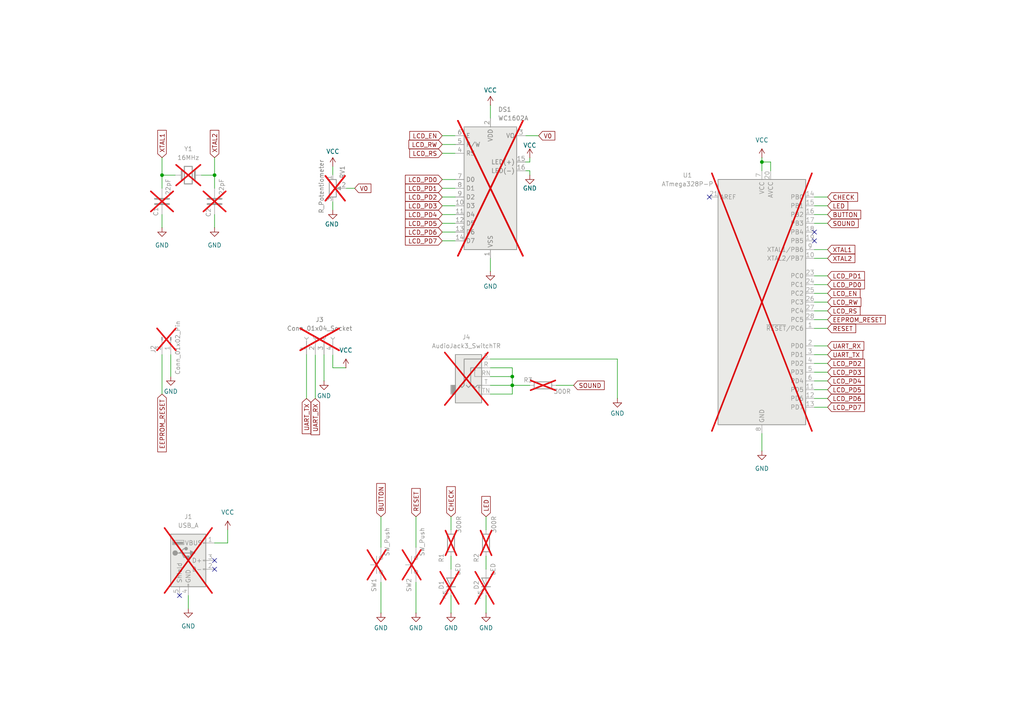
<source format=kicad_sch>
(kicad_sch (version 20231120) (generator "eeschema") (generator_version "8.0")
  (paper "A4")
  (title_block (title "Reaction time tester") (date "2024-11-26") (rev "2.0"))
  (lib_symbols
    (symbol "Connector:Conn_01x02_Pin" (pin_names (offset 1.016) hide)
      (property "Reference" "J" (at 0 2.54 0))
      (property "Value" "Conn_01x02_Pin" (at 0 -5.08 0))
      (symbol "Conn_01x02_Pin_1_1"
        (polyline (pts (xy 1.27 -2.54) (xy 0.8636 -2.54)) (stroke (width 0.1524)))
        (polyline (pts (xy 1.27 0) (xy 0.8636 0)) (stroke (width 0.1524)))
        (rectangle (start 0.8636 -2.413) (end 0 -2.667) (stroke (width 0.1524)) (fill (type outline)))
        (rectangle (start 0.8636 0.127) (end 0 -0.127) (stroke (width 0.1524)) (fill (type outline)))
        (pin passive line (at 5.08 0 180) (length 3.81) (name "Pin_1") (number "1"))
        (pin passive line (at 5.08 -2.54 180) (length 3.81) (name "Pin_2") (number "2"))
      )
    )
    (symbol "Connector:Conn_01x04_Socket" (pin_names (offset 1.016) hide)
      (property "Reference" "J" (at 0 5.08 0))
      (property "Value" "Conn_01x04_Socket" (at 0 -7.62 0))
      (symbol "Conn_01x04_Socket_1_1"
        (arc (start 0 -4.572) (mid -0.5058 -5.08) (end 0 -5.588) (stroke (width 0.1524)))
        (arc (start 0 -2.032) (mid -0.5058 -2.54) (end 0 -3.048) (stroke (width 0.1524)))
        (polyline (pts (xy -1.27 -5.08) (xy -0.508 -5.08)) (stroke (width 0.1524)))
        (polyline (pts (xy -1.27 -2.54) (xy -0.508 -2.54)) (stroke (width 0.1524)))
        (polyline (pts (xy -1.27 0) (xy -0.508 0)) (stroke (width 0.1524)))
        (polyline (pts (xy -1.27 2.54) (xy -0.508 2.54)) (stroke (width 0.1524)))
        (arc (start 0 0.508) (mid -0.5058 0) (end 0 -0.508) (stroke (width 0.1524)))
        (arc (start 0 3.048) (mid -0.5058 2.54) (end 0 2.032) (stroke (width 0.1524)))
        (pin passive line (at -5.08 2.54 0) (length 3.81) (name "Pin_1") (number "1"))
        (pin passive line (at -5.08 0 0) (length 3.81) (name "Pin_2") (number "2"))
        (pin passive line (at -5.08 -2.54 0) (length 3.81) (name "Pin_3") (number "3"))
        (pin passive line (at -5.08 -5.08 0) (length 3.81) (name "Pin_4") (number "4"))
      )
    )
    (symbol "Connector:USB_A" (pin_names (offset 1.016))
      (property "Reference" "J" (at -5.08 11.43 0))
      (property "Value" "USB_A" (at -5.08 8.89 0))
      (symbol "USB_A_0_1"
        (rectangle (start -5.08 -7.62) (end 5.08 7.62) (stroke (width 0.254)) (fill (type background)))
        (circle (center -3.81 2.159) (radius 0.635) (stroke (width 0.254)) (fill (type outline)))
        (rectangle (start -1.524 4.826) (end -4.318 5.334) (fill (type outline)))
        (rectangle (start -1.27 4.572) (end -4.572 5.842))
        (circle (center -0.635 3.429) (radius 0.381) (stroke (width 0.254)) (fill (type outline)))
        (rectangle (start -0.127 -7.62) (end 0.127 -6.858))
        (polyline (pts (xy -3.175 2.159) (xy -2.54 2.159) (xy -1.27 3.429) (xy -0.635 3.429)) (stroke (width 0.254)))
        (polyline (pts (xy -2.54 2.159) (xy -1.905 2.159) (xy -1.27 0.889) (xy 0 0.889)) (stroke (width 0.254)))
        (polyline (pts (xy 0.635 2.794) (xy 0.635 1.524) (xy 1.905 2.159) (xy 0.635 2.794)) (stroke (width 0.254)) (fill (type outline)))
        (rectangle (start 0.254 1.27) (end -0.508 0.508) (stroke (width 0.254)) (fill (type outline)))
        (rectangle (start 5.08 -2.667) (end 4.318 -2.413))
        (rectangle (start 5.08 -0.127) (end 4.318 0.127))
        (rectangle (start 5.08 4.953) (end 4.318 5.207))
      )
      (symbol "USB_A_1_1"
        (polyline (pts (xy -1.905 2.159) (xy 0.635 2.159)) (stroke (width 0.254)))
        (pin power_in line (at 7.62 5.08 180) (length 2.54) (name "VBUS") (number "1"))
        (pin bidirectional line (at 7.62 -2.54 180) (length 2.54) (name "D-") (number "2"))
        (pin bidirectional line (at 7.62 0 180) (length 2.54) (name "D+") (number "3"))
        (pin power_in line (at 0 -10.16 90) (length 2.54) (name "GND") (number "4"))
        (pin passive line (at -2.54 -10.16 90) (length 2.54) (name "Shield") (number "5"))
      )
    )
    (symbol "Connector_Audio:AudioJack3_SwitchTR"
      (property "Reference" "J" (at 0 8.89 0))
      (property "Value" "AudioJack3_SwitchTR" (at 0 6.35 0))
      (symbol "AudioJack3_SwitchTR_0_1"
        (rectangle (start -5.08 -5.08) (end -6.35 -7.62) (stroke (width 0.254)) (fill (type outline)))
        (polyline (pts (xy 0.508 -0.254) (xy 0.762 -0.762)))
        (polyline (pts (xy 1.778 -5.334) (xy 2.032 -5.842)))
        (polyline (pts (xy 0 -5.08) (xy 0.635 -5.715) (xy 1.27 -5.08) (xy 2.54 -5.08)) (stroke (width 0.254)))
        (polyline (pts (xy 2.54 -7.62) (xy 1.778 -7.62) (xy 1.778 -5.334) (xy 1.524 -5.842)))
        (polyline (pts (xy 2.54 -2.54) (xy 0.508 -2.54) (xy 0.508 -0.254) (xy 0.254 -0.762)))
        (polyline (pts (xy -1.905 -5.08) (xy -1.27 -5.715) (xy -0.635 -5.08) (xy -0.635 0) (xy 2.54 0)) (stroke (width 0.254)))
        (polyline (pts (xy 2.54 2.54) (xy -2.54 2.54) (xy -2.54 -5.08) (xy -3.175 -5.715) (xy -3.81 -5.08)) (stroke (width 0.254)))
        (rectangle (start 2.54 3.81) (end -5.08 -10.16) (stroke (width 0.254)) (fill (type background)))
      )
      (symbol "AudioJack3_SwitchTR_1_1"
        (pin passive line (at 5.08 0 180) (length 2.54) (name "~") (number "R"))
        (pin passive line (at 5.08 -2.54 180) (length 2.54) (name "~") (number "RN"))
        (pin passive line (at 5.08 2.54 180) (length 2.54) (name "~") (number "S"))
        (pin passive line (at 5.08 -5.08 180) (length 2.54) (name "~") (number "T"))
        (pin passive line (at 5.08 -7.62 180) (length 2.54) (name "~") (number "TN"))
      )
    )
    (symbol "Device:C" (pin_numbers hide) (pin_names (offset 0.254))
      (property "Reference" "C" (at 0.635 2.54 0))
      (property "Value" "C" (at 0.635 -2.54 0))
      (symbol "C_0_1"
        (polyline (pts (xy -2.032 -0.762) (xy 2.032 -0.762)) (stroke (width 0.508)))
        (polyline (pts (xy -2.032 0.762) (xy 2.032 0.762)) (stroke (width 0.508)))
      )
      (symbol "C_1_1"
        (pin passive line (at 0 3.81 270) (length 2.794) (name "~") (number "1"))
        (pin passive line (at 0 -3.81 90) (length 2.794) (name "~") (number "2"))
      )
    )
    (symbol "Device:Crystal" (pin_numbers hide) (pin_names (offset 1.016) hide)
      (property "Reference" "Y" (at 0 3.81 0))
      (property "Value" "Crystal" (at 0 -3.81 0))
      (symbol "Crystal_0_1"
        (rectangle (start -1.143 2.54) (end 1.143 -2.54) (stroke (width 0.3048)))
        (polyline (pts (xy -2.54 0) (xy -1.905 0)))
        (polyline (pts (xy -1.905 -1.27) (xy -1.905 1.27)) (stroke (width 0.508)))
        (polyline (pts (xy 1.905 -1.27) (xy 1.905 1.27)) (stroke (width 0.508)))
        (polyline (pts (xy 2.54 0) (xy 1.905 0)))
      )
      (symbol "Crystal_1_1"
        (pin passive line (at -3.81 0 0) (length 1.27) (name "1") (number "1"))
        (pin passive line (at 3.81 0 180) (length 1.27) (name "2") (number "2"))
      )
    )
    (symbol "Device:LED" (pin_numbers hide) (pin_names (offset 1.016) hide)
      (property "Reference" "D" (at 0 2.54 0))
      (property "Value" "LED" (at 0 -2.54 0))
      (symbol "LED_0_1"
        (polyline (pts (xy -1.27 -1.27) (xy -1.27 1.27)) (stroke (width 0.254)))
        (polyline (pts (xy -1.27 0) (xy 1.27 0)))
        (polyline (pts (xy 1.27 -1.27) (xy 1.27 1.27) (xy -1.27 0) (xy 1.27 -1.27)) (stroke (width 0.254)))
        (polyline (pts (xy -3.048 -0.762) (xy -4.572 -2.286) (xy -3.81 -2.286) (xy -4.572 -2.286) (xy -4.572 -1.524)))
        (polyline (pts (xy -1.778 -0.762) (xy -3.302 -2.286) (xy -2.54 -2.286) (xy -3.302 -2.286) (xy -3.302 -1.524)))
      )
      (symbol "LED_1_1"
        (pin passive line (at -3.81 0 0) (length 2.54) (name "K") (number "1"))
        (pin passive line (at 3.81 0 180) (length 2.54) (name "A") (number "2"))
      )
    )
    (symbol "Device:R" (pin_numbers hide) (pin_names (offset 0))
      (property "Reference" "R" (at 2.032 0 90))
      (property "Value" "R" (at 0 0 90))
      (symbol "R_0_1"
        (rectangle (start -1.016 -2.54) (end 1.016 2.54) (stroke (width 0.254)))
      )
      (symbol "R_1_1"
        (pin passive line (at 0 3.81 270) (length 1.27) (name "~") (number "1"))
        (pin passive line (at 0 -3.81 90) (length 1.27) (name "~") (number "2"))
      )
    )
    (symbol "Device:R_Potentiometer" (pin_names (offset 1.016) hide)
      (property "Reference" "RV" (at -4.445 0 90))
      (property "Value" "R_Potentiometer" (at -2.54 0 90))
      (symbol "R_Potentiometer_0_1"
        (polyline (pts (xy 2.54 0) (xy 1.524 0)))
        (polyline (pts (xy 1.143 0) (xy 2.286 0.508) (xy 2.286 -0.508) (xy 1.143 0)) (fill (type outline)))
        (rectangle (start 1.016 2.54) (end -1.016 -2.54) (stroke (width 0.254)))
      )
      (symbol "R_Potentiometer_1_1"
        (pin passive line (at 0 3.81 270) (length 1.27) (name "1") (number "1"))
        (pin passive line (at 3.81 0 180) (length 1.27) (name "2") (number "2"))
        (pin passive line (at 0 -3.81 90) (length 1.27) (name "3") (number "3"))
      )
    )
    (symbol "Display_Character:WC1602A"
      (property "Reference" "DS" (at -5.842 19.05 0))
      (property "Value" "WC1602A" (at 5.334 19.05 0))
      (symbol "WC1602A_1_1"
        (rectangle (start -7.62 17.78) (end 7.62 -17.78) (stroke (width 0.254)) (fill (type background)))
        (pin power_in line (at 0 -20.32 90) (length 2.54) (name "VSS") (number "1"))
        (pin input line (at -10.16 -5.08 0) (length 2.54) (name "D3") (number "10"))
        (pin input line (at -10.16 -7.62 0) (length 2.54) (name "D4") (number "11"))
        (pin input line (at -10.16 -10.16 0) (length 2.54) (name "D5") (number "12"))
        (pin input line (at -10.16 -12.7 0) (length 2.54) (name "D6") (number "13"))
        (pin input line (at -10.16 -15.24 0) (length 2.54) (name "D7") (number "14"))
        (pin power_in line (at 10.16 7.62 180) (length 2.54) (name "LED(+)") (number "15"))
        (pin power_in line (at 10.16 5.08 180) (length 2.54) (name "LED(-)") (number "16"))
        (pin power_in line (at 0 20.32 270) (length 2.54) (name "VDD") (number "2"))
        (pin input line (at 10.16 15.24 180) (length 2.54) (name "VO") (number "3"))
        (pin input line (at -10.16 10.16 0) (length 2.54) (name "RS") (number "4"))
        (pin input line (at -10.16 12.7 0) (length 2.54) (name "R/W") (number "5"))
        (pin input line (at -10.16 15.24 0) (length 2.54) (name "E") (number "6"))
        (pin input line (at -10.16 2.54 0) (length 2.54) (name "D0") (number "7"))
        (pin input line (at -10.16 0 0) (length 2.54) (name "D1") (number "8"))
        (pin input line (at -10.16 -2.54 0) (length 2.54) (name "D2") (number "9"))
      )
    )
    (symbol "MCU_Microchip_ATmega:ATmega328P-P"
      (property "Reference" "U" (at -12.7 36.83 0))
      (property "Value" "ATmega328P-P" (at 2.54 -36.83 0))
      (symbol "ATmega328P-P_0_1"
        (rectangle (start -12.7 -35.56) (end 12.7 35.56) (stroke (width 0.254)) (fill (type background)))
      )
      (symbol "ATmega328P-P_1_1"
        (pin bidirectional line (at 15.24 -7.62 180) (length 2.54) (name "~{RESET}/PC6") (number "1"))
        (pin bidirectional line (at 15.24 12.7 180) (length 2.54) (name "XTAL2/PB7") (number "10"))
        (pin bidirectional line (at 15.24 -25.4 180) (length 2.54) (name "PD5") (number "11"))
        (pin bidirectional line (at 15.24 -27.94 180) (length 2.54) (name "PD6") (number "12"))
        (pin bidirectional line (at 15.24 -30.48 180) (length 2.54) (name "PD7") (number "13"))
        (pin bidirectional line (at 15.24 30.48 180) (length 2.54) (name "PB0") (number "14"))
        (pin bidirectional line (at 15.24 27.94 180) (length 2.54) (name "PB1") (number "15"))
        (pin bidirectional line (at 15.24 25.4 180) (length 2.54) (name "PB2") (number "16"))
        (pin bidirectional line (at 15.24 22.86 180) (length 2.54) (name "PB3") (number "17"))
        (pin bidirectional line (at 15.24 20.32 180) (length 2.54) (name "PB4") (number "18"))
        (pin bidirectional line (at 15.24 17.78 180) (length 2.54) (name "PB5") (number "19"))
        (pin bidirectional line (at 15.24 -12.7 180) (length 2.54) (name "PD0") (number "2"))
        (pin power_in line (at 2.54 38.1 270) (length 2.54) (name "AVCC") (number "20"))
        (pin passive line (at -15.24 30.48 0) (length 2.54) (name "AREF") (number "21"))
        (pin passive line (at 0 -38.1 90) (length 2.54) hide (name "GND") (number "22"))
        (pin bidirectional line (at 15.24 7.62 180) (length 2.54) (name "PC0") (number "23"))
        (pin bidirectional line (at 15.24 5.08 180) (length 2.54) (name "PC1") (number "24"))
        (pin bidirectional line (at 15.24 2.54 180) (length 2.54) (name "PC2") (number "25"))
        (pin bidirectional line (at 15.24 0 180) (length 2.54) (name "PC3") (number "26"))
        (pin bidirectional line (at 15.24 -2.54 180) (length 2.54) (name "PC4") (number "27"))
        (pin bidirectional line (at 15.24 -5.08 180) (length 2.54) (name "PC5") (number "28"))
        (pin bidirectional line (at 15.24 -15.24 180) (length 2.54) (name "PD1") (number "3"))
        (pin bidirectional line (at 15.24 -17.78 180) (length 2.54) (name "PD2") (number "4"))
        (pin bidirectional line (at 15.24 -20.32 180) (length 2.54) (name "PD3") (number "5"))
        (pin bidirectional line (at 15.24 -22.86 180) (length 2.54) (name "PD4") (number "6"))
        (pin power_in line (at 0 38.1 270) (length 2.54) (name "VCC") (number "7"))
        (pin power_in line (at 0 -38.1 90) (length 2.54) (name "GND") (number "8"))
        (pin bidirectional line (at 15.24 15.24 180) (length 2.54) (name "XTAL1/PB6") (number "9"))
      )
    )
    (symbol "Switch:SW_Push" (pin_numbers hide) (pin_names (offset 1.016) hide)
      (property "Reference" "SW" (at 1.27 2.54 0))
      (property "Value" "SW_Push" (at 0 -1.524 0))
      (symbol "SW_Push_0_1"
        (circle (center -2.032 0) (radius 0.508))
        (polyline (pts (xy 0 1.27) (xy 0 3.048)))
        (polyline (pts (xy 2.54 1.27) (xy -2.54 1.27)))
        (circle (center 2.032 0) (radius 0.508))
        (pin passive line (at -5.08 0 0) (length 2.54) (name "1") (number "1"))
        (pin passive line (at 5.08 0 180) (length 2.54) (name "2") (number "2"))
      )
    )
    (symbol "power:GND" (power) (pin_numbers hide) (pin_names (offset 0) hide)
      (property "Value" "GND" (at 0 -3.81 0))
      (symbol "GND_0_1"
        (polyline (pts (xy 0 0) (xy 0 -1.27) (xy 1.27 -1.27) (xy 0 -2.54) (xy -1.27 -1.27) (xy 0 -1.27)))
      )
      (symbol "GND_1_1"
        (pin power_in line (at 0 0 270) (length 0) (name "~") (number "1"))
      )
    )
    (symbol "power:VCC" (power) (pin_numbers hide) (pin_names (offset 0) hide)
      (property "Value" "VCC" (at 0 3.556 0))
      (symbol "VCC_0_1"
        (polyline (pts (xy -0.762 1.27) (xy 0 2.54)))
        (polyline (pts (xy 0 0) (xy 0 2.54)))
        (polyline (pts (xy 0 2.54) (xy 0.762 1.27)))
      )
      (symbol "VCC_1_1"
        (pin power_in line (at 0 0 90) (length 0) (name "~") (number "1"))
      )
    )
  )
  (junction (at 46.99 50.8))
  (junction (at 220.98 46.99))
  (junction (at 148.59 109.22))
  (junction (at 148.59 111.76))
  (junction (at 62.23 50.8))
  (no_connect (at 52.07 172.72))
  (no_connect (at 62.23 165.1))
  (no_connect (at 62.23 162.56))
  (no_connect (at 205.74 57.15))
  (no_connect (at 236.22 67.31))
  (no_connect (at 236.22 69.85))
  (wire (pts (xy 62.23 50.8) (xy 62.23 54.61)))
  (wire (pts (xy 220.98 45.72) (xy 220.98 46.99)))
  (wire (pts (xy 236.22 115.57) (xy 240.03 115.57)))
  (wire (pts (xy 236.22 100.33) (xy 240.03 100.33)))
  (wire (pts (xy 153.67 49.53) (xy 152.4 49.53)))
  (wire (pts (xy 66.04 157.48) (xy 62.23 157.48)))
  (wire (pts (xy 120.65 168.91) (xy 120.65 177.8)))
  (wire (pts (xy 91.44 102.87) (xy 91.44 115.57)))
  (wire (pts (xy 142.24 74.93) (xy 142.24 78.74)))
  (wire (pts (xy 128.27 64.77) (xy 132.08 64.77)))
  (wire (pts (xy 236.22 107.95) (xy 240.03 107.95)))
  (wire (pts (xy 88.9 102.87) (xy 88.9 115.57)))
  (wire (pts (xy 120.65 149.86) (xy 120.65 158.75)))
  (wire (pts (xy 128.27 41.91) (xy 132.08 41.91)))
  (wire (pts (xy 93.98 102.87) (xy 93.98 110.49)))
  (wire (pts (xy 236.22 74.93) (xy 240.03 74.93)))
  (wire (pts (xy 148.59 111.76) (xy 153.67 111.76)))
  (wire (pts (xy 142.24 111.76) (xy 148.59 111.76)))
  (wire (pts (xy 128.27 54.61) (xy 132.08 54.61)))
  (wire (pts (xy 96.52 106.68) (xy 100.33 106.68)))
  (wire (pts (xy 142.24 109.22) (xy 148.59 109.22)))
  (wire (pts (xy 179.07 104.14) (xy 179.07 115.57)))
  (wire (pts (xy 223.52 46.99) (xy 220.98 46.99)))
  (wire (pts (xy 46.99 62.23) (xy 46.99 66.04)))
  (wire (pts (xy 236.22 85.09) (xy 240.03 85.09)))
  (wire (pts (xy 46.99 45.72) (xy 46.99 50.8)))
  (wire (pts (xy 236.22 80.01) (xy 240.03 80.01)))
  (wire (pts (xy 220.98 125.73) (xy 220.98 130.81)))
  (wire (pts (xy 142.24 30.48) (xy 142.24 34.29)))
  (wire (pts (xy 96.52 58.42) (xy 96.52 60.96)))
  (wire (pts (xy 62.23 45.72) (xy 62.23 50.8)))
  (wire (pts (xy 130.81 172.72) (xy 130.81 177.8)))
  (wire (pts (xy 236.22 87.63) (xy 240.03 87.63)))
  (wire (pts (xy 236.22 59.69) (xy 240.03 59.69)))
  (wire (pts (xy 236.22 62.23) (xy 240.03 62.23)))
  (wire (pts (xy 140.97 172.72) (xy 140.97 177.8)))
  (wire (pts (xy 128.27 57.15) (xy 132.08 57.15)))
  (wire (pts (xy 153.67 46.99) (xy 153.67 45.72)))
  (wire (pts (xy 62.23 62.23) (xy 62.23 66.04)))
  (wire (pts (xy 128.27 44.45) (xy 132.08 44.45)))
  (wire (pts (xy 58.42 50.8) (xy 62.23 50.8)))
  (wire (pts (xy 46.99 50.8) (xy 46.99 54.61)))
  (wire (pts (xy 236.22 118.11) (xy 240.03 118.11)))
  (wire (pts (xy 49.53 102.87) (xy 49.53 109.22)))
  (wire (pts (xy 54.61 172.72) (xy 54.61 176.53)))
  (wire (pts (xy 142.24 104.14) (xy 179.07 104.14)))
  (wire (pts (xy 142.24 106.68) (xy 148.59 106.68)))
  (wire (pts (xy 100.33 54.61) (xy 102.87 54.61)))
  (wire (pts (xy 128.27 52.07) (xy 132.08 52.07)))
  (wire (pts (xy 153.67 50.8) (xy 153.67 49.53)))
  (wire (pts (xy 236.22 64.77) (xy 240.03 64.77)))
  (wire (pts (xy 128.27 39.37) (xy 132.08 39.37)))
  (wire (pts (xy 96.52 102.87) (xy 96.52 106.68)))
  (wire (pts (xy 128.27 67.31) (xy 132.08 67.31)))
  (wire (pts (xy 148.59 109.22) (xy 148.59 111.76)))
  (wire (pts (xy 96.52 48.26) (xy 96.52 50.8)))
  (wire (pts (xy 66.04 153.67) (xy 66.04 157.48)))
  (wire (pts (xy 110.49 149.86) (xy 110.49 158.75)))
  (wire (pts (xy 236.22 82.55) (xy 240.03 82.55)))
  (wire (pts (xy 148.59 114.3) (xy 148.59 111.76)))
  (wire (pts (xy 130.81 161.29) (xy 130.81 165.1)))
  (wire (pts (xy 50.8 50.8) (xy 46.99 50.8)))
  (wire (pts (xy 128.27 59.69) (xy 132.08 59.69)))
  (wire (pts (xy 236.22 72.39) (xy 240.03 72.39)))
  (wire (pts (xy 236.22 90.17) (xy 240.03 90.17)))
  (wire (pts (xy 152.4 39.37) (xy 156.21 39.37)))
  (wire (pts (xy 152.4 46.99) (xy 153.67 46.99)))
  (wire (pts (xy 236.22 113.03) (xy 240.03 113.03)))
  (wire (pts (xy 161.29 111.76) (xy 166.37 111.76)))
  (wire (pts (xy 236.22 95.25) (xy 240.03 95.25)))
  (wire (pts (xy 236.22 57.15) (xy 240.03 57.15)))
  (wire (pts (xy 130.81 149.86) (xy 130.81 153.67)))
  (wire (pts (xy 128.27 62.23) (xy 132.08 62.23)))
  (wire (pts (xy 236.22 92.71) (xy 240.03 92.71)))
  (wire (pts (xy 46.99 102.87) (xy 46.99 114.3)))
  (wire (pts (xy 236.22 105.41) (xy 240.03 105.41)))
  (wire (pts (xy 220.98 46.99) (xy 220.98 49.53)))
  (wire (pts (xy 110.49 168.91) (xy 110.49 177.8)))
  (wire (pts (xy 236.22 110.49) (xy 240.03 110.49)))
  (wire (pts (xy 140.97 161.29) (xy 140.97 165.1)))
  (wire (pts (xy 142.24 114.3) (xy 148.59 114.3)))
  (wire (pts (xy 223.52 49.53) (xy 223.52 46.99)))
  (wire (pts (xy 128.27 69.85) (xy 132.08 69.85)))
  (wire (pts (xy 236.22 102.87) (xy 240.03 102.87)))
  (wire (pts (xy 140.97 149.86) (xy 140.97 153.67)))
  (wire (pts (xy 148.59 106.68) (xy 148.59 109.22)))
  (global_label "LCD_RW" (shape input) (at 240.03 87.63 0) (property "Intersheetrefs" "${INTERSHEET_REFS}" (effects (hide yes))))
  (global_label "LCD_PD2" (shape input) (at 128.27 57.15 180) (property "Intersheetrefs" "${INTERSHEET_REFS}" (effects (hide yes))))
  (global_label "SOUND" (shape input) (at 240.03 64.77 0) (property "Intersheetrefs" "${INTERSHEET_REFS}" (effects (hide yes))))
  (global_label "LED" (shape input) (at 240.03 59.69 0) (property "Intersheetrefs" "${INTERSHEET_REFS}" (effects (hide yes))))
  (global_label "V0" (shape input) (at 102.87 54.61 0) (property "Intersheetrefs" "${INTERSHEET_REFS}" (effects (hide yes))))
  (global_label "LCD_PD4" (shape input) (at 128.27 62.23 180) (property "Intersheetrefs" "${INTERSHEET_REFS}" (effects (hide yes))))
  (global_label "LCD_EN" (shape input) (at 240.03 85.09 0) (property "Intersheetrefs" "${INTERSHEET_REFS}" (effects (hide yes))))
  (global_label "UART_TX" (shape input) (at 240.03 102.87 0) (property "Intersheetrefs" "${INTERSHEET_REFS}" (effects (hide yes))))
  (global_label "LCD_RS" (shape input) (at 240.03 90.17 0) (property "Intersheetrefs" "${INTERSHEET_REFS}" (effects (hide yes))))
  (global_label "UART_TX" (shape input) (at 88.9 115.57 270) (property "Intersheetrefs" "${INTERSHEET_REFS}" (effects (hide yes))))
  (global_label "LCD_PD7" (shape input) (at 240.03 118.11 0) (property "Intersheetrefs" "${INTERSHEET_REFS}" (effects (hide yes))))
  (global_label "LCD_PD4" (shape input) (at 240.03 110.49 0) (property "Intersheetrefs" "${INTERSHEET_REFS}" (effects (hide yes))))
  (global_label "LCD_PD1" (shape input) (at 240.03 80.01 0) (property "Intersheetrefs" "${INTERSHEET_REFS}" (effects (hide yes))))
  (global_label "XTAL2" (shape input) (at 240.03 74.93 0) (property "Intersheetrefs" "${INTERSHEET_REFS}" (effects (hide yes))))
  (global_label "RESET" (shape input) (at 240.03 95.25 0) (property "Intersheetrefs" "${INTERSHEET_REFS}" (effects (hide yes))))
  (global_label "LCD_RW" (shape input) (at 128.27 41.91 180) (property "Intersheetrefs" "${INTERSHEET_REFS}" (effects (hide yes))))
  (global_label "LCD_PD2" (shape input) (at 240.03 105.41 0) (property "Intersheetrefs" "${INTERSHEET_REFS}" (effects (hide yes))))
  (global_label "SOUND" (shape input) (at 166.37 111.76 0) (property "Intersheetrefs" "${INTERSHEET_REFS}" (effects (hide yes))))
  (global_label "LED" (shape input) (at 140.97 149.86 90) (property "Intersheetrefs" "${INTERSHEET_REFS}" (effects (hide yes))))
  (global_label "CHECK" (shape input) (at 130.81 149.86 90) (property "Intersheetrefs" "${INTERSHEET_REFS}" (effects (hide yes))))
  (global_label "LCD_PD0" (shape input) (at 240.03 82.55 0) (property "Intersheetrefs" "${INTERSHEET_REFS}" (effects (hide yes))))
  (global_label "V0" (shape input) (at 156.21 39.37 0) (property "Intersheetrefs" "${INTERSHEET_REFS}" (effects (hide yes))))
  (global_label "LCD_PD5" (shape input) (at 240.03 113.03 0) (property "Intersheetrefs" "${INTERSHEET_REFS}" (effects (hide yes))))
  (global_label "CHECK" (shape input) (at 240.03 57.15 0) (property "Intersheetrefs" "${INTERSHEET_REFS}" (effects (hide yes))))
  (global_label "UART_RX" (shape input) (at 91.44 115.57 270) (property "Intersheetrefs" "${INTERSHEET_REFS}" (effects (hide yes))))
  (global_label "XTAL1" (shape input) (at 240.03 72.39 0) (property "Intersheetrefs" "${INTERSHEET_REFS}" (effects (hide yes))))
  (global_label "BUTTON" (shape input) (at 240.03 62.23 0) (property "Intersheetrefs" "${INTERSHEET_REFS}" (effects (hide yes))))
  (global_label "LCD_PD5" (shape input) (at 128.27 64.77 180) (property "Intersheetrefs" "${INTERSHEET_REFS}" (effects (hide yes))))
  (global_label "XTAL2" (shape input) (at 62.23 45.72 90) (property "Intersheetrefs" "${INTERSHEET_REFS}" (effects (hide yes))))
  (global_label "BUTTON" (shape input) (at 110.49 149.86 90) (property "Intersheetrefs" "${INTERSHEET_REFS}" (effects (hide yes))))
  (global_label "LCD_PD1" (shape input) (at 128.27 54.61 180) (property "Intersheetrefs" "${INTERSHEET_REFS}" (effects (hide yes))))
  (global_label "XTAL1" (shape input) (at 46.99 45.72 90) (property "Intersheetrefs" "${INTERSHEET_REFS}" (effects (hide yes))))
  (global_label "LCD_PD6" (shape input) (at 128.27 67.31 180) (property "Intersheetrefs" "${INTERSHEET_REFS}" (effects (hide yes))))
  (global_label "LCD_PD0" (shape input) (at 128.27 52.07 180) (property "Intersheetrefs" "${INTERSHEET_REFS}" (effects (hide yes))))
  (global_label "LCD_PD7" (shape input) (at 128.27 69.85 180) (property "Intersheetrefs" "${INTERSHEET_REFS}" (effects (hide yes))))
  (global_label "UART_RX" (shape input) (at 240.03 100.33 0) (property "Intersheetrefs" "${INTERSHEET_REFS}" (effects (hide yes))))
  (global_label "EEPROM_RESET" (shape input) (at 240.03 92.71 0) (property "Intersheetrefs" "${INTERSHEET_REFS}" (effects (hide yes))))
  (global_label "EEPROM_RESET" (shape input) (at 46.99 114.3 270) (property "Intersheetrefs" "${INTERSHEET_REFS}" (effects (hide yes))))
  (global_label "LCD_PD3" (shape input) (at 128.27 59.69 180) (property "Intersheetrefs" "${INTERSHEET_REFS}" (effects (hide yes))))
  (global_label "RESET" (shape input) (at 120.65 149.86 90) (property "Intersheetrefs" "${INTERSHEET_REFS}" (effects (hide yes))))
  (global_label "LCD_PD3" (shape input) (at 240.03 107.95 0) (property "Intersheetrefs" "${INTERSHEET_REFS}" (effects (hide yes))))
  (global_label "LCD_PD6" (shape input) (at 240.03 115.57 0) (property "Intersheetrefs" "${INTERSHEET_REFS}" (effects (hide yes))))
  (global_label "LCD_RS" (shape input) (at 128.27 44.45 180) (property "Intersheetrefs" "${INTERSHEET_REFS}" (effects (hide yes))))
  (global_label "LCD_EN" (shape input) (at 128.27 39.37 180) (property "Intersheetrefs" "${INTERSHEET_REFS}" (effects (hide yes))))
  (symbol (lib_id "power:GND") (at 93.98 110.49 0) (unit 1)
    (property "Reference" "#PWR017" (effects (hide yes)))
    (property "Value" "GND" (at 93.98 114.808 0))
    (property "Description" "Power symbol creates a global label with name \"GND\" , ground" (effects (hide yes)))
  )
  (symbol (lib_id "power:GND") (at 46.99 66.04 0) (unit 1)
    (property "Reference" "#PWR01" (effects (hide yes)))
    (property "Value" "GND" (at 46.99 71.12 0))
    (property "Description" "Power symbol creates a global label with name \"GND\" , ground" (effects (hide yes)))
  )
  (symbol (lib_id "Device:Crystal") (at 54.61 50.8 0) (unit 1) (dnp yes)
    (property "Reference" "Y1" (at 54.61 43.18 0))
    (property "Value" "16MHz" (at 54.61 45.72 0))
    (property "Footprint" "Crystal:Crystal_HC49-4H_Vertical" (effects (hide yes)))
    (property "Description" "Two pin crystal" (effects (hide yes)))
  )
  (symbol (lib_id "Display_Character:WC1602A") (at 142.24 54.61 0) (unit 1) (dnp yes)
    (property "Reference" "DS1" (at 144.4341 31.75 0) (effects (justify left)))
    (property "Value" "WC1602A" (at 144.4341 34.29 0) (effects (justify left)))
    (property "Footprint" "Display:WC1602A" (effects (hide yes)))
    (property "Datasheet" "http://www.wincomlcd.com/pdf/WC1602A-SFYLYHTC06.pdf" (effects (hide yes)))
    (property "Description" "LCD 16x2 Alphanumeric , 8 bit parallel bus, 5V VDD" (effects (hide yes)))
  )
  (symbol (lib_id "Switch:SW_Push") (at 110.49 163.83 90) (unit 1) (dnp yes)
    (property "Reference" "SW1" (at 108.458 167.64 0) (effects (justify right)))
    (property "Value" "SW_Push" (at 112.268 152.908 0) (effects (justify right)))
    (property "Footprint" "Button_Switch_THT:SW_PUSH_6mm_H5mm" (effects (hide yes)))
    (property "Description" "Push button switch, generic, two pins" (effects (hide yes)))
  )
  (symbol (lib_id "Device:LED") (at 140.97 168.91 270) (mirror x) (unit 1) (dnp yes)
    (property "Reference" "D2" (at 138.176 169.672 0))
    (property "Value" "LED" (at 143.002 165.1 0))
    (property "Footprint" "LED_SMD:LED_0805_2012Metric_Pad1.15x1.40mm_HandSolder" (effects (hide yes)))
    (property "Description" "Light emitting diode" (effects (hide yes)))
  )
  (symbol (lib_id "Device:R") (at 140.97 157.48 180) (unit 1) (dnp yes)
    (property "Reference" "R2" (at 138.176 161.798 90))
    (property "Value" "300R" (at 143.256 152.146 90))
    (property "Footprint" "Resistor_SMD:R_0805_2012Metric_Pad1.20x1.40mm_HandSolder" (effects (hide yes)))
    (property "Description" "Resistor" (effects (hide yes)))
  )
  (symbol (lib_id "power:VCC") (at 96.52 48.26 0) (unit 1)
    (property "Reference" "#PWR013" (effects (hide yes)))
    (property "Value" "VCC" (at 96.52 43.942 0))
    (property "Description" "Power symbol creates a global label with name \"VCC\"" (effects (hide yes)))
  )
  (symbol (lib_id "Device:R_Potentiometer") (at 96.52 54.61 0) (unit 1) (dnp yes)
    (property "Reference" "RV1" (at 99.314 48.006 90) (effects (justify right)))
    (property "Value" "R_Potentiometer" (at 93.218 46.228 90) (effects (justify right)))
    (property "Footprint" "Potentiometer_THT:Potentiometer_Bourns_3296W_Vertical" (effects (hide yes)))
    (property "Description" "Potentiometer" (effects (hide yes)))
  )
  (symbol (lib_id "power:GND") (at 153.67 50.8 0) (unit 1)
    (property "Reference" "#PWR010" (effects (hide yes)))
    (property "Value" "GND" (at 153.67 54.61 0))
    (property "Description" "Power symbol creates a global label with name \"GND\" , ground" (effects (hide yes)))
  )
  (symbol (lib_id "Connector:Conn_01x02_Pin") (at 49.53 97.79 270) (unit 1) (dnp yes)
    (property "Reference" "J2" (at 44.45 100.076 0) (effects (justify left)))
    (property "Value" "Conn_01x02_Pin" (at 51.562 92.964 0) (effects (justify left)))
    (property "Footprint" "Connector_PinHeader_2.54mm:PinHeader_1x02_P2.54mm_Vertical" (effects (hide yes)))
    (property "Description" "Generic connector, single row, 01x02, script generated" (effects (hide yes)))
  )
  (symbol (lib_id "power:VCC") (at 153.67 45.72 0) (unit 1)
    (property "Reference" "#PWR011" (effects (hide yes)))
    (property "Value" "VCC" (at 153.67 42.164 0))
    (property "Description" "Power symbol creates a global label with name \"VCC\"" (effects (hide yes)))
  )
  (symbol (lib_id "Device:R") (at 130.81 157.48 180) (unit 1) (dnp yes)
    (property "Reference" "R1" (at 128.016 161.798 90))
    (property "Value" "300R" (at 133.096 152.146 90))
    (property "Footprint" "Resistor_SMD:R_0805_2012Metric_Pad1.20x1.40mm_HandSolder" (effects (hide yes)))
    (property "Description" "Resistor" (effects (hide yes)))
  )
  (symbol (lib_id "power:GND") (at 120.65 177.8 0) (unit 1)
    (property "Reference" "#PWR020" (effects (hide yes)))
    (property "Value" "GND" (at 120.65 182.118 0))
    (property "Description" "Power symbol creates a global label with name \"GND\" , ground" (effects (hide yes)))
  )
  (symbol (lib_id "Connector:USB_A") (at 54.61 162.56 0) (unit 1) (dnp yes)
    (property "Reference" "J1" (at 54.61 149.86 0))
    (property "Value" "USB_A" (at 54.61 152.4 0))
    (property "Footprint" "Connector_USB:USB_A_CONNFLY_DS1095-WNR0" (effects (hide yes)))
    (property "Description" "USB Type A connector" (effects (hide yes)))
  )
  (symbol (lib_id "power:VCC") (at 100.33 106.68 0) (unit 1)
    (property "Reference" "#PWR016" (effects (hide yes)))
    (property "Value" "VCC" (at 100.33 101.6 0))
    (property "Description" "Power symbol creates a global label with name \"VCC\"" (effects (hide yes)))
  )
  (symbol (lib_id "power:GND") (at 96.52 60.96 0) (unit 1)
    (property "Reference" "#PWR012" (effects (hide yes)))
    (property "Value" "GND" (at 96.266 65.024 0))
    (property "Description" "Power symbol creates a global label with name \"GND\" , ground" (effects (hide yes)))
  )
  (symbol (lib_id "Connector_Audio:AudioJack3_SwitchTR") (at 137.16 106.68 0) (unit 1) (dnp yes)
    (property "Reference" "J4" (at 135.255 97.79 0))
    (property "Value" "AudioJack3_SwitchTR" (at 135.255 100.33 0))
    (property "Footprint" "Connector_Audio:Jack_3.5mm_CUI_SJ1-3525N_Horizontal" (effects (hide yes)))
    (property "Description" "Audio Jack, 3 Poles (Stereo / TRS), Switched TR Poles (Normalling)" (effects (hide yes)))
  )
  (symbol (lib_id "Device:C") (at 46.99 58.42 0) (unit 1) (dnp yes)
    (property "Reference" "C1" (at 45.212 62.738 90) (effects (justify left)))
    (property "Value" "22pF" (at 48.768 56.642 90) (effects (justify left)))
    (property "Footprint" "Capacitor_SMD:C_0805_2012Metric_Pad1.18x1.45mm_HandSolder" (effects (hide yes)))
    (property "Description" "Unpolarized capacitor" (effects (hide yes)))
  )
  (symbol (lib_id "power:GND") (at 54.61 176.53 0) (unit 1)
    (property "Reference" "#PWR03" (effects (hide yes)))
    (property "Value" "GND" (at 54.61 181.61 0))
    (property "Description" "Power symbol creates a global label with name \"GND\" , ground" (effects (hide yes)))
  )
  (symbol (lib_id "Device:R") (at 157.48 111.76 270) (unit 1) (dnp yes)
    (property "Reference" "R3" (at 153.162 110.236 90))
    (property "Value" "300R" (at 163.068 113.538 90))
    (property "Footprint" "Resistor_SMD:R_0805_2012Metric_Pad1.20x1.40mm_HandSolder" (effects (hide yes)))
    (property "Description" "Resistor" (effects (hide yes)))
  )
  (symbol (lib_id "power:GND") (at 62.23 66.04 0) (unit 1)
    (property "Reference" "#PWR02" (effects (hide yes)))
    (property "Value" "GND" (at 62.23 71.12 0))
    (property "Description" "Power symbol creates a global label with name \"GND\" , ground" (effects (hide yes)))
  )
  (symbol (lib_id "power:GND") (at 110.49 177.8 0) (unit 1)
    (property "Reference" "#PWR014" (effects (hide yes)))
    (property "Value" "GND" (at 110.49 182.118 0))
    (property "Description" "Power symbol creates a global label with name \"GND\" , ground" (effects (hide yes)))
  )
  (symbol (lib_id "Device:C") (at 62.23 58.42 0) (unit 1) (dnp yes)
    (property "Reference" "C2" (at 60.452 62.992 90) (effects (justify left)))
    (property "Value" "22pF" (at 64.262 56.642 90) (effects (justify left)))
    (property "Footprint" "Capacitor_SMD:C_0805_2012Metric_Pad1.18x1.45mm_HandSolder" (effects (hide yes)))
    (property "Description" "Unpolarized capacitor" (effects (hide yes)))
  )
  (symbol (lib_id "Device:LED") (at 130.81 168.91 270) (mirror x) (unit 1) (dnp yes)
    (property "Reference" "D1" (at 128.016 169.672 0))
    (property "Value" "LED" (at 132.842 165.1 0))
    (property "Footprint" "LED_SMD:LED_0805_2012Metric_Pad1.15x1.40mm_HandSolder" (effects (hide yes)))
    (property "Description" "Light emitting diode" (effects (hide yes)))
  )
  (symbol (lib_id "MCU_Microchip_ATmega:ATmega328P-P") (at 220.98 87.63 0) (unit 1) (dnp yes)
    (property "Reference" "U1" (at 199.39 50.8314 0))
    (property "Value" "ATmega328P-P" (at 199.39 53.3714 0))
    (property "Footprint" "Package_DIP:DIP-28_W7.62mm_Socket" (effects (hide yes)))
    (property "Datasheet" "http://ww1.microchip.com/downloads/en/DeviceDoc/ATmega328_P%20AVR%20MCU%20with%20picoPower%20Technology%20Data%20Sheet%2040001984A.pdf" (effects (hide yes)))
    (property "Description" "20MHz, 32kB Flash, 2kB SRAM, 1kB EEPROM, DIP-28" (effects (hide yes)))
  )
  (symbol (lib_id "Switch:SW_Push") (at 120.65 163.83 90) (unit 1) (dnp yes)
    (property "Reference" "SW2" (at 118.618 167.64 0) (effects (justify right)))
    (property "Value" "SW_Push" (at 122.428 152.908 0) (effects (justify right)))
    (property "Footprint" "Button_Switch_THT:SW_PUSH_6mm_H5mm" (effects (hide yes)))
    (property "Description" "Push button switch, generic, two pins" (effects (hide yes)))
  )
  (symbol (lib_id "power:VCC") (at 66.04 153.67 0) (unit 1)
    (property "Reference" "#PWR05" (effects (hide yes)))
    (property "Value" "VCC" (at 66.04 148.59 0))
    (property "Description" "Power symbol creates a global label with name \"VCC\"" (effects (hide yes)))
  )
  (symbol (lib_id "power:GND") (at 130.81 177.8 0) (unit 1)
    (property "Reference" "#PWR018" (effects (hide yes)))
    (property "Value" "GND" (at 130.81 182.118 0))
    (property "Description" "Power symbol creates a global label with name \"GND\" , ground" (effects (hide yes)))
  )
  (symbol (lib_id "power:GND") (at 179.07 115.57 0) (unit 1)
    (property "Reference" "#PWR019" (effects (hide yes)))
    (property "Value" "GND" (at 179.07 119.888 0))
    (property "Description" "Power symbol creates a global label with name \"GND\" , ground" (effects (hide yes)))
  )
  (symbol (lib_id "power:GND") (at 142.24 78.74 0) (unit 1)
    (property "Reference" "#PWR08" (effects (hide yes)))
    (property "Value" "GND" (at 142.24 83.058 0))
    (property "Description" "Power symbol creates a global label with name \"GND\" , ground" (effects (hide yes)))
  )
  (symbol (lib_id "power:GND") (at 220.98 130.81 0) (unit 1)
    (property "Reference" "#PWR07" (effects (hide yes)))
    (property "Value" "GND" (at 220.98 135.89 0))
    (property "Description" "Power symbol creates a global label with name \"GND\" , ground" (effects (hide yes)))
  )
  (symbol (lib_id "power:VCC") (at 220.98 45.72 0) (unit 1)
    (property "Reference" "#PWR06" (effects (hide yes)))
    (property "Value" "VCC" (at 220.98 40.64 0))
    (property "Description" "Power symbol creates a global label with name \"VCC\"" (effects (hide yes)))
  )
  (symbol (lib_id "Connector:Conn_01x04_Socket") (at 91.44 97.79 90) (unit 1) (dnp yes)
    (property "Reference" "J3" (at 92.71 92.71 90))
    (property "Value" "Conn_01x04_Socket" (at 92.71 95.25 90))
    (property "Footprint" "Connector_PinSocket_2.54mm:PinSocket_1x04_P2.54mm_Horizontal" (effects (hide yes)))
    (property "Description" "Generic connector, single row, 01x04, script generated" (effects (hide yes)))
  )
  (symbol (lib_id "power:VCC") (at 142.24 30.48 0) (unit 1)
    (property "Reference" "#PWR09" (effects (hide yes)))
    (property "Value" "VCC" (at 142.24 26.162 0))
    (property "Description" "Power symbol creates a global label with name \"VCC\"" (effects (hide yes)))
  )
  (symbol (lib_id "power:GND") (at 49.53 109.22 0) (unit 1)
    (property "Reference" "#PWR021" (effects (hide yes)))
    (property "Value" "GND" (at 49.53 113.538 0))
    (property "Description" "Power symbol creates a global label with name \"GND\" , ground" (effects (hide yes)))
  )
  (symbol (lib_id "power:GND") (at 140.97 177.8 0) (unit 1)
    (property "Reference" "#PWR015" (effects (hide yes)))
    (property "Value" "GND" (at 140.97 182.118 0))
    (property "Description" "Power symbol creates a global label with name \"GND\" , ground" (effects (hide yes)))
  )
)
</source>
